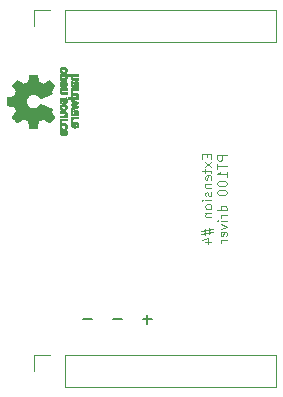
<source format=gbo>
G04 #@! TF.FileFunction,Legend,Bot*
%FSLAX46Y46*%
G04 Gerber Fmt 4.6, Leading zero omitted, Abs format (unit mm)*
G04 Created by KiCad (PCBNEW 4.0.7-e2-6376~58~ubuntu17.04.1) date Thu Oct  5 12:14:12 2017*
%MOMM*%
%LPD*%
G01*
G04 APERTURE LIST*
%ADD10C,0.100000*%
%ADD11C,0.200000*%
%ADD12C,0.120000*%
%ADD13C,0.010000*%
G04 APERTURE END LIST*
D10*
D11*
X147700952Y-116911429D02*
X146939047Y-116911429D01*
X150240952Y-116911429D02*
X149479047Y-116911429D01*
X152780952Y-116911429D02*
X152019047Y-116911429D01*
X152399999Y-117292381D02*
X152399999Y-116530476D01*
D10*
X157407857Y-102927618D02*
X157407857Y-103194285D01*
X157826905Y-103308571D02*
X157826905Y-102927618D01*
X157026905Y-102927618D01*
X157026905Y-103308571D01*
X157826905Y-103575238D02*
X157293571Y-103994285D01*
X157293571Y-103575238D02*
X157826905Y-103994285D01*
X157293571Y-104184761D02*
X157293571Y-104489523D01*
X157026905Y-104299047D02*
X157712619Y-104299047D01*
X157788810Y-104337142D01*
X157826905Y-104413333D01*
X157826905Y-104489523D01*
X157788810Y-105060952D02*
X157826905Y-104984762D01*
X157826905Y-104832381D01*
X157788810Y-104756190D01*
X157712619Y-104718095D01*
X157407857Y-104718095D01*
X157331667Y-104756190D01*
X157293571Y-104832381D01*
X157293571Y-104984762D01*
X157331667Y-105060952D01*
X157407857Y-105099047D01*
X157484048Y-105099047D01*
X157560238Y-104718095D01*
X157293571Y-105441904D02*
X157826905Y-105441904D01*
X157369762Y-105441904D02*
X157331667Y-105479999D01*
X157293571Y-105556190D01*
X157293571Y-105670476D01*
X157331667Y-105746666D01*
X157407857Y-105784761D01*
X157826905Y-105784761D01*
X157788810Y-106127619D02*
X157826905Y-106203809D01*
X157826905Y-106356190D01*
X157788810Y-106432381D01*
X157712619Y-106470476D01*
X157674524Y-106470476D01*
X157598333Y-106432381D01*
X157560238Y-106356190D01*
X157560238Y-106241905D01*
X157522143Y-106165714D01*
X157445952Y-106127619D01*
X157407857Y-106127619D01*
X157331667Y-106165714D01*
X157293571Y-106241905D01*
X157293571Y-106356190D01*
X157331667Y-106432381D01*
X157826905Y-106813333D02*
X157293571Y-106813333D01*
X157026905Y-106813333D02*
X157065000Y-106775238D01*
X157103095Y-106813333D01*
X157065000Y-106851428D01*
X157026905Y-106813333D01*
X157103095Y-106813333D01*
X157826905Y-107308571D02*
X157788810Y-107232380D01*
X157750714Y-107194285D01*
X157674524Y-107156190D01*
X157445952Y-107156190D01*
X157369762Y-107194285D01*
X157331667Y-107232380D01*
X157293571Y-107308571D01*
X157293571Y-107422857D01*
X157331667Y-107499047D01*
X157369762Y-107537142D01*
X157445952Y-107575238D01*
X157674524Y-107575238D01*
X157750714Y-107537142D01*
X157788810Y-107499047D01*
X157826905Y-107422857D01*
X157826905Y-107308571D01*
X157293571Y-107918095D02*
X157826905Y-107918095D01*
X157369762Y-107918095D02*
X157331667Y-107956190D01*
X157293571Y-108032381D01*
X157293571Y-108146667D01*
X157331667Y-108222857D01*
X157407857Y-108260952D01*
X157826905Y-108260952D01*
X157293571Y-109213334D02*
X157293571Y-109784763D01*
X156950714Y-109441905D02*
X157979286Y-109213334D01*
X157636429Y-109708572D02*
X157636429Y-109137143D01*
X157979286Y-109480001D02*
X156950714Y-109708572D01*
X157293571Y-110394286D02*
X157826905Y-110394286D01*
X156988810Y-110203810D02*
X157560238Y-110013334D01*
X157560238Y-110508572D01*
X159126905Y-103022857D02*
X158326905Y-103022857D01*
X158326905Y-103327619D01*
X158365000Y-103403810D01*
X158403095Y-103441905D01*
X158479286Y-103480000D01*
X158593571Y-103480000D01*
X158669762Y-103441905D01*
X158707857Y-103403810D01*
X158745952Y-103327619D01*
X158745952Y-103022857D01*
X158326905Y-103708571D02*
X158326905Y-104165714D01*
X159126905Y-103937143D02*
X158326905Y-103937143D01*
X159126905Y-104851429D02*
X159126905Y-104394286D01*
X159126905Y-104622857D02*
X158326905Y-104622857D01*
X158441190Y-104546667D01*
X158517381Y-104470476D01*
X158555476Y-104394286D01*
X158326905Y-105346667D02*
X158326905Y-105422858D01*
X158365000Y-105499048D01*
X158403095Y-105537143D01*
X158479286Y-105575239D01*
X158631667Y-105613334D01*
X158822143Y-105613334D01*
X158974524Y-105575239D01*
X159050714Y-105537143D01*
X159088810Y-105499048D01*
X159126905Y-105422858D01*
X159126905Y-105346667D01*
X159088810Y-105270477D01*
X159050714Y-105232381D01*
X158974524Y-105194286D01*
X158822143Y-105156191D01*
X158631667Y-105156191D01*
X158479286Y-105194286D01*
X158403095Y-105232381D01*
X158365000Y-105270477D01*
X158326905Y-105346667D01*
X158326905Y-106108572D02*
X158326905Y-106184763D01*
X158365000Y-106260953D01*
X158403095Y-106299048D01*
X158479286Y-106337144D01*
X158631667Y-106375239D01*
X158822143Y-106375239D01*
X158974524Y-106337144D01*
X159050714Y-106299048D01*
X159088810Y-106260953D01*
X159126905Y-106184763D01*
X159126905Y-106108572D01*
X159088810Y-106032382D01*
X159050714Y-105994286D01*
X158974524Y-105956191D01*
X158822143Y-105918096D01*
X158631667Y-105918096D01*
X158479286Y-105956191D01*
X158403095Y-105994286D01*
X158365000Y-106032382D01*
X158326905Y-106108572D01*
X159126905Y-107670477D02*
X158326905Y-107670477D01*
X159088810Y-107670477D02*
X159126905Y-107594287D01*
X159126905Y-107441906D01*
X159088810Y-107365715D01*
X159050714Y-107327620D01*
X158974524Y-107289525D01*
X158745952Y-107289525D01*
X158669762Y-107327620D01*
X158631667Y-107365715D01*
X158593571Y-107441906D01*
X158593571Y-107594287D01*
X158631667Y-107670477D01*
X159126905Y-108051430D02*
X158593571Y-108051430D01*
X158745952Y-108051430D02*
X158669762Y-108089525D01*
X158631667Y-108127621D01*
X158593571Y-108203811D01*
X158593571Y-108280002D01*
X159126905Y-108546668D02*
X158593571Y-108546668D01*
X158326905Y-108546668D02*
X158365000Y-108508573D01*
X158403095Y-108546668D01*
X158365000Y-108584763D01*
X158326905Y-108546668D01*
X158403095Y-108546668D01*
X158593571Y-108851430D02*
X159126905Y-109041906D01*
X158593571Y-109232382D01*
X159088810Y-109841906D02*
X159126905Y-109765716D01*
X159126905Y-109613335D01*
X159088810Y-109537144D01*
X159012619Y-109499049D01*
X158707857Y-109499049D01*
X158631667Y-109537144D01*
X158593571Y-109613335D01*
X158593571Y-109765716D01*
X158631667Y-109841906D01*
X158707857Y-109880001D01*
X158784048Y-109880001D01*
X158860238Y-109499049D01*
X159126905Y-110222858D02*
X158593571Y-110222858D01*
X158745952Y-110222858D02*
X158669762Y-110260953D01*
X158631667Y-110299049D01*
X158593571Y-110375239D01*
X158593571Y-110451430D01*
D12*
X145415000Y-119955000D02*
X163255000Y-119955000D01*
X163255000Y-119955000D02*
X163255000Y-122615000D01*
X163255000Y-122615000D02*
X145415000Y-122615000D01*
X145415000Y-122615000D02*
X145415000Y-119955000D01*
X144145000Y-119955000D02*
X142815000Y-119955000D01*
X142815000Y-119955000D02*
X142815000Y-121285000D01*
X145415000Y-90745000D02*
X163255000Y-90745000D01*
X163255000Y-90745000D02*
X163255000Y-93405000D01*
X163255000Y-93405000D02*
X145415000Y-93405000D01*
X145415000Y-93405000D02*
X145415000Y-90745000D01*
X144145000Y-90745000D02*
X142815000Y-90745000D01*
X142815000Y-90745000D02*
X142815000Y-92075000D01*
D13*
G36*
X144979184Y-96516241D02*
X144992282Y-96542753D01*
X145015106Y-96575447D01*
X145039996Y-96599275D01*
X145071249Y-96615594D01*
X145113166Y-96625760D01*
X145170044Y-96631128D01*
X145246184Y-96633056D01*
X145278917Y-96633169D01*
X145350656Y-96632839D01*
X145401927Y-96631473D01*
X145437404Y-96628500D01*
X145461763Y-96623351D01*
X145479680Y-96615457D01*
X145491902Y-96607243D01*
X145543905Y-96554813D01*
X145575184Y-96493070D01*
X145584592Y-96426464D01*
X145570980Y-96359442D01*
X145561354Y-96338208D01*
X145534859Y-96287376D01*
X145950052Y-96287376D01*
X145930868Y-96324475D01*
X145916025Y-96373357D01*
X145912222Y-96433439D01*
X145919243Y-96493436D01*
X145935013Y-96538744D01*
X145965047Y-96576325D01*
X146008024Y-96608436D01*
X146012436Y-96610850D01*
X146033221Y-96621033D01*
X146054170Y-96628470D01*
X146079548Y-96633589D01*
X146113618Y-96636819D01*
X146160641Y-96638587D01*
X146224882Y-96639323D01*
X146297176Y-96639456D01*
X146527822Y-96639456D01*
X146527822Y-96501139D01*
X146102533Y-96501139D01*
X146069979Y-96462451D01*
X146043940Y-96422262D01*
X146039205Y-96384203D01*
X146051389Y-96345934D01*
X146063320Y-96325538D01*
X146080313Y-96310358D01*
X146105995Y-96299562D01*
X146143991Y-96292317D01*
X146197926Y-96287792D01*
X146271425Y-96285156D01*
X146320347Y-96284228D01*
X146521535Y-96281089D01*
X146525336Y-96215074D01*
X146529136Y-96149060D01*
X145280650Y-96149060D01*
X145280650Y-96287376D01*
X145350254Y-96290903D01*
X145398569Y-96302785D01*
X145428631Y-96324980D01*
X145443471Y-96359441D01*
X145446436Y-96394258D01*
X145443028Y-96433671D01*
X145429617Y-96459829D01*
X145411896Y-96476186D01*
X145392835Y-96489063D01*
X145371601Y-96496728D01*
X145341849Y-96500139D01*
X145297236Y-96500251D01*
X145259880Y-96499103D01*
X145203604Y-96496468D01*
X145166658Y-96492544D01*
X145143223Y-96485937D01*
X145127480Y-96475251D01*
X145118380Y-96465167D01*
X145098537Y-96423030D01*
X145095332Y-96373160D01*
X145102168Y-96344524D01*
X145126464Y-96316172D01*
X145173728Y-96297391D01*
X145243624Y-96288288D01*
X145280650Y-96287376D01*
X145280650Y-96149060D01*
X144968614Y-96149060D01*
X144968614Y-96218218D01*
X144970256Y-96259740D01*
X144976087Y-96281162D01*
X144987461Y-96287374D01*
X144987798Y-96287376D01*
X144998938Y-96290258D01*
X144997673Y-96302970D01*
X144985433Y-96328243D01*
X144966707Y-96387131D01*
X144964739Y-96453385D01*
X144979184Y-96516241D01*
X144979184Y-96516241D01*
G37*
X144979184Y-96516241D02*
X144992282Y-96542753D01*
X145015106Y-96575447D01*
X145039996Y-96599275D01*
X145071249Y-96615594D01*
X145113166Y-96625760D01*
X145170044Y-96631128D01*
X145246184Y-96633056D01*
X145278917Y-96633169D01*
X145350656Y-96632839D01*
X145401927Y-96631473D01*
X145437404Y-96628500D01*
X145461763Y-96623351D01*
X145479680Y-96615457D01*
X145491902Y-96607243D01*
X145543905Y-96554813D01*
X145575184Y-96493070D01*
X145584592Y-96426464D01*
X145570980Y-96359442D01*
X145561354Y-96338208D01*
X145534859Y-96287376D01*
X145950052Y-96287376D01*
X145930868Y-96324475D01*
X145916025Y-96373357D01*
X145912222Y-96433439D01*
X145919243Y-96493436D01*
X145935013Y-96538744D01*
X145965047Y-96576325D01*
X146008024Y-96608436D01*
X146012436Y-96610850D01*
X146033221Y-96621033D01*
X146054170Y-96628470D01*
X146079548Y-96633589D01*
X146113618Y-96636819D01*
X146160641Y-96638587D01*
X146224882Y-96639323D01*
X146297176Y-96639456D01*
X146527822Y-96639456D01*
X146527822Y-96501139D01*
X146102533Y-96501139D01*
X146069979Y-96462451D01*
X146043940Y-96422262D01*
X146039205Y-96384203D01*
X146051389Y-96345934D01*
X146063320Y-96325538D01*
X146080313Y-96310358D01*
X146105995Y-96299562D01*
X146143991Y-96292317D01*
X146197926Y-96287792D01*
X146271425Y-96285156D01*
X146320347Y-96284228D01*
X146521535Y-96281089D01*
X146525336Y-96215074D01*
X146529136Y-96149060D01*
X145280650Y-96149060D01*
X145280650Y-96287376D01*
X145350254Y-96290903D01*
X145398569Y-96302785D01*
X145428631Y-96324980D01*
X145443471Y-96359441D01*
X145446436Y-96394258D01*
X145443028Y-96433671D01*
X145429617Y-96459829D01*
X145411896Y-96476186D01*
X145392835Y-96489063D01*
X145371601Y-96496728D01*
X145341849Y-96500139D01*
X145297236Y-96500251D01*
X145259880Y-96499103D01*
X145203604Y-96496468D01*
X145166658Y-96492544D01*
X145143223Y-96485937D01*
X145127480Y-96475251D01*
X145118380Y-96465167D01*
X145098537Y-96423030D01*
X145095332Y-96373160D01*
X145102168Y-96344524D01*
X145126464Y-96316172D01*
X145173728Y-96297391D01*
X145243624Y-96288288D01*
X145280650Y-96287376D01*
X145280650Y-96149060D01*
X144968614Y-96149060D01*
X144968614Y-96218218D01*
X144970256Y-96259740D01*
X144976087Y-96281162D01*
X144987461Y-96287374D01*
X144987798Y-96287376D01*
X144998938Y-96290258D01*
X144997673Y-96302970D01*
X144985433Y-96328243D01*
X144966707Y-96387131D01*
X144964739Y-96453385D01*
X144979184Y-96516241D01*
G36*
X145916555Y-97040790D02*
X145932339Y-97099945D01*
X145960948Y-97144977D01*
X145998419Y-97176754D01*
X146014411Y-97186634D01*
X146031163Y-97193927D01*
X146052592Y-97199026D01*
X146082616Y-97202321D01*
X146125154Y-97204203D01*
X146184122Y-97205063D01*
X146263440Y-97205293D01*
X146284484Y-97205297D01*
X146527822Y-97205297D01*
X146527822Y-97144941D01*
X146525126Y-97106443D01*
X146518295Y-97077977D01*
X146514083Y-97070845D01*
X146506813Y-97051348D01*
X146514083Y-97031434D01*
X146523160Y-96998647D01*
X146526813Y-96951022D01*
X146525228Y-96898236D01*
X146518589Y-96849964D01*
X146510072Y-96821782D01*
X146475063Y-96767247D01*
X146426479Y-96733165D01*
X146361882Y-96717843D01*
X146360223Y-96717701D01*
X146331566Y-96719045D01*
X146331566Y-96840644D01*
X146364161Y-96851274D01*
X146382505Y-96868590D01*
X146396379Y-96903348D01*
X146401917Y-96949227D01*
X146399191Y-96996012D01*
X146388274Y-97033486D01*
X146381269Y-97043985D01*
X146348904Y-97062332D01*
X146312111Y-97066980D01*
X146263763Y-97066980D01*
X146263763Y-96997418D01*
X146268850Y-96931333D01*
X146283263Y-96881236D01*
X146305729Y-96850071D01*
X146331566Y-96840644D01*
X146331566Y-96719045D01*
X146289647Y-96721013D01*
X146233845Y-96744290D01*
X146191647Y-96788052D01*
X146187808Y-96794101D01*
X146175309Y-96820093D01*
X146167740Y-96852265D01*
X146164061Y-96897240D01*
X146163216Y-96950669D01*
X146163169Y-97066980D01*
X146114411Y-97066980D01*
X146076581Y-97062047D01*
X146051236Y-97049457D01*
X146049887Y-97047983D01*
X146038800Y-97019966D01*
X146034503Y-96977674D01*
X146036615Y-96930936D01*
X146044756Y-96889582D01*
X146056965Y-96865043D01*
X146066746Y-96851747D01*
X146068613Y-96837706D01*
X146060600Y-96818329D01*
X146040739Y-96789024D01*
X146007063Y-96745197D01*
X146003909Y-96741175D01*
X145992236Y-96743236D01*
X145972822Y-96760432D01*
X145951248Y-96786567D01*
X145933096Y-96815448D01*
X145928809Y-96824522D01*
X145920256Y-96857620D01*
X145914155Y-96906120D01*
X145911708Y-96960305D01*
X145911703Y-96962839D01*
X145916555Y-97040790D01*
X145916555Y-97040790D01*
G37*
X145916555Y-97040790D02*
X145932339Y-97099945D01*
X145960948Y-97144977D01*
X145998419Y-97176754D01*
X146014411Y-97186634D01*
X146031163Y-97193927D01*
X146052592Y-97199026D01*
X146082616Y-97202321D01*
X146125154Y-97204203D01*
X146184122Y-97205063D01*
X146263440Y-97205293D01*
X146284484Y-97205297D01*
X146527822Y-97205297D01*
X146527822Y-97144941D01*
X146525126Y-97106443D01*
X146518295Y-97077977D01*
X146514083Y-97070845D01*
X146506813Y-97051348D01*
X146514083Y-97031434D01*
X146523160Y-96998647D01*
X146526813Y-96951022D01*
X146525228Y-96898236D01*
X146518589Y-96849964D01*
X146510072Y-96821782D01*
X146475063Y-96767247D01*
X146426479Y-96733165D01*
X146361882Y-96717843D01*
X146360223Y-96717701D01*
X146331566Y-96719045D01*
X146331566Y-96840644D01*
X146364161Y-96851274D01*
X146382505Y-96868590D01*
X146396379Y-96903348D01*
X146401917Y-96949227D01*
X146399191Y-96996012D01*
X146388274Y-97033486D01*
X146381269Y-97043985D01*
X146348904Y-97062332D01*
X146312111Y-97066980D01*
X146263763Y-97066980D01*
X146263763Y-96997418D01*
X146268850Y-96931333D01*
X146283263Y-96881236D01*
X146305729Y-96850071D01*
X146331566Y-96840644D01*
X146331566Y-96719045D01*
X146289647Y-96721013D01*
X146233845Y-96744290D01*
X146191647Y-96788052D01*
X146187808Y-96794101D01*
X146175309Y-96820093D01*
X146167740Y-96852265D01*
X146164061Y-96897240D01*
X146163216Y-96950669D01*
X146163169Y-97066980D01*
X146114411Y-97066980D01*
X146076581Y-97062047D01*
X146051236Y-97049457D01*
X146049887Y-97047983D01*
X146038800Y-97019966D01*
X146034503Y-96977674D01*
X146036615Y-96930936D01*
X146044756Y-96889582D01*
X146056965Y-96865043D01*
X146066746Y-96851747D01*
X146068613Y-96837706D01*
X146060600Y-96818329D01*
X146040739Y-96789024D01*
X146007063Y-96745197D01*
X146003909Y-96741175D01*
X145992236Y-96743236D01*
X145972822Y-96760432D01*
X145951248Y-96786567D01*
X145933096Y-96815448D01*
X145928809Y-96824522D01*
X145920256Y-96857620D01*
X145914155Y-96906120D01*
X145911708Y-96960305D01*
X145911703Y-96962839D01*
X145916555Y-97040790D01*
G36*
X145913020Y-97431644D02*
X145918660Y-97450461D01*
X145931053Y-97456527D01*
X145936647Y-97456782D01*
X145952230Y-97457871D01*
X145954676Y-97465368D01*
X145943993Y-97485619D01*
X145936694Y-97497649D01*
X145921063Y-97535600D01*
X145913334Y-97580928D01*
X145912740Y-97628456D01*
X145918513Y-97673005D01*
X145929884Y-97709398D01*
X145946088Y-97732457D01*
X145966355Y-97737004D01*
X145971843Y-97734709D01*
X145994626Y-97717980D01*
X146022647Y-97692037D01*
X146027177Y-97687345D01*
X146048005Y-97662617D01*
X146054735Y-97641282D01*
X146050038Y-97611445D01*
X146046917Y-97599492D01*
X146039421Y-97562295D01*
X146042792Y-97536141D01*
X146054681Y-97514054D01*
X146070635Y-97493822D01*
X146090700Y-97478921D01*
X146118702Y-97468566D01*
X146158467Y-97461971D01*
X146213823Y-97458351D01*
X146288594Y-97456922D01*
X146333740Y-97456782D01*
X146527822Y-97456782D01*
X146527822Y-97331040D01*
X145911683Y-97331040D01*
X145911683Y-97393911D01*
X145913020Y-97431644D01*
X145913020Y-97431644D01*
G37*
X145913020Y-97431644D02*
X145918660Y-97450461D01*
X145931053Y-97456527D01*
X145936647Y-97456782D01*
X145952230Y-97457871D01*
X145954676Y-97465368D01*
X145943993Y-97485619D01*
X145936694Y-97497649D01*
X145921063Y-97535600D01*
X145913334Y-97580928D01*
X145912740Y-97628456D01*
X145918513Y-97673005D01*
X145929884Y-97709398D01*
X145946088Y-97732457D01*
X145966355Y-97737004D01*
X145971843Y-97734709D01*
X145994626Y-97717980D01*
X146022647Y-97692037D01*
X146027177Y-97687345D01*
X146048005Y-97662617D01*
X146054735Y-97641282D01*
X146050038Y-97611445D01*
X146046917Y-97599492D01*
X146039421Y-97562295D01*
X146042792Y-97536141D01*
X146054681Y-97514054D01*
X146070635Y-97493822D01*
X146090700Y-97478921D01*
X146118702Y-97468566D01*
X146158467Y-97461971D01*
X146213823Y-97458351D01*
X146288594Y-97456922D01*
X146333740Y-97456782D01*
X146527822Y-97456782D01*
X146527822Y-97331040D01*
X145911683Y-97331040D01*
X145911683Y-97393911D01*
X145913020Y-97431644D01*
G36*
X146527822Y-98223812D02*
X146527822Y-98154654D01*
X146526645Y-98114512D01*
X146521772Y-98093606D01*
X146511186Y-98086078D01*
X146504029Y-98085495D01*
X146489676Y-98084226D01*
X146486923Y-98076221D01*
X146495771Y-98055185D01*
X146504029Y-98038827D01*
X146523597Y-97976023D01*
X146524729Y-97907752D01*
X146510135Y-97852248D01*
X146474877Y-97800562D01*
X146422835Y-97761162D01*
X146361450Y-97739587D01*
X146358018Y-97739038D01*
X146320571Y-97735833D01*
X146266813Y-97734239D01*
X146226155Y-97734367D01*
X146226155Y-97871721D01*
X146280194Y-97874903D01*
X146324735Y-97882141D01*
X146349888Y-97891940D01*
X146384260Y-97929011D01*
X146396582Y-97973026D01*
X146386618Y-98018416D01*
X146356895Y-98057203D01*
X146336905Y-98071892D01*
X146313050Y-98080481D01*
X146278230Y-98084504D01*
X146225930Y-98085495D01*
X146174139Y-98083722D01*
X146128634Y-98079037D01*
X146098181Y-98072397D01*
X146095452Y-98071290D01*
X146063000Y-98044509D01*
X146045183Y-98005421D01*
X146042306Y-97961685D01*
X146054674Y-97920962D01*
X146082593Y-97890913D01*
X146088148Y-97887796D01*
X146122022Y-97878039D01*
X146170728Y-97872723D01*
X146226155Y-97871721D01*
X146226155Y-97734367D01*
X146205540Y-97734432D01*
X146172563Y-97735336D01*
X146090981Y-97741486D01*
X146029730Y-97754267D01*
X145984449Y-97775529D01*
X145950779Y-97807122D01*
X145931014Y-97837793D01*
X145917120Y-97880646D01*
X145912354Y-97933944D01*
X145916236Y-97988520D01*
X145928282Y-98035208D01*
X145942693Y-98059876D01*
X145965878Y-98085495D01*
X145672773Y-98085495D01*
X145672773Y-98223812D01*
X146527822Y-98223812D01*
X146527822Y-98223812D01*
G37*
X146527822Y-98223812D02*
X146527822Y-98154654D01*
X146526645Y-98114512D01*
X146521772Y-98093606D01*
X146511186Y-98086078D01*
X146504029Y-98085495D01*
X146489676Y-98084226D01*
X146486923Y-98076221D01*
X146495771Y-98055185D01*
X146504029Y-98038827D01*
X146523597Y-97976023D01*
X146524729Y-97907752D01*
X146510135Y-97852248D01*
X146474877Y-97800562D01*
X146422835Y-97761162D01*
X146361450Y-97739587D01*
X146358018Y-97739038D01*
X146320571Y-97735833D01*
X146266813Y-97734239D01*
X146226155Y-97734367D01*
X146226155Y-97871721D01*
X146280194Y-97874903D01*
X146324735Y-97882141D01*
X146349888Y-97891940D01*
X146384260Y-97929011D01*
X146396582Y-97973026D01*
X146386618Y-98018416D01*
X146356895Y-98057203D01*
X146336905Y-98071892D01*
X146313050Y-98080481D01*
X146278230Y-98084504D01*
X146225930Y-98085495D01*
X146174139Y-98083722D01*
X146128634Y-98079037D01*
X146098181Y-98072397D01*
X146095452Y-98071290D01*
X146063000Y-98044509D01*
X146045183Y-98005421D01*
X146042306Y-97961685D01*
X146054674Y-97920962D01*
X146082593Y-97890913D01*
X146088148Y-97887796D01*
X146122022Y-97878039D01*
X146170728Y-97872723D01*
X146226155Y-97871721D01*
X146226155Y-97734367D01*
X146205540Y-97734432D01*
X146172563Y-97735336D01*
X146090981Y-97741486D01*
X146029730Y-97754267D01*
X145984449Y-97775529D01*
X145950779Y-97807122D01*
X145931014Y-97837793D01*
X145917120Y-97880646D01*
X145912354Y-97933944D01*
X145916236Y-97988520D01*
X145928282Y-98035208D01*
X145942693Y-98059876D01*
X145965878Y-98085495D01*
X145672773Y-98085495D01*
X145672773Y-98223812D01*
X146527822Y-98223812D01*
G36*
X145914237Y-98706524D02*
X145917971Y-98756255D01*
X146307773Y-98886291D01*
X146238614Y-98906678D01*
X146195874Y-98918946D01*
X146138115Y-98935085D01*
X146074625Y-98952512D01*
X146040570Y-98961726D01*
X145911683Y-98996388D01*
X145911683Y-99139391D01*
X146046857Y-99096646D01*
X146113342Y-99075596D01*
X146193539Y-99050167D01*
X146277193Y-99023610D01*
X146351782Y-98999902D01*
X146521535Y-98945902D01*
X146525328Y-98887598D01*
X146529122Y-98829295D01*
X146424734Y-98797679D01*
X146359889Y-98778182D01*
X146288400Y-98756904D01*
X146225263Y-98738308D01*
X146222750Y-98737574D01*
X146179969Y-98723684D01*
X146150779Y-98711429D01*
X146139741Y-98702846D01*
X146141018Y-98701082D01*
X146158130Y-98694891D01*
X146194787Y-98683128D01*
X146246378Y-98667225D01*
X146308294Y-98648614D01*
X146342352Y-98638543D01*
X146527822Y-98584007D01*
X146527822Y-98468264D01*
X146235471Y-98375737D01*
X146153462Y-98349744D01*
X146078987Y-98326066D01*
X146015544Y-98305820D01*
X145966632Y-98290126D01*
X145935749Y-98280102D01*
X145926726Y-98277055D01*
X145917487Y-98279467D01*
X145913441Y-98298408D01*
X145913846Y-98337823D01*
X145914152Y-98343993D01*
X145917971Y-98417086D01*
X146094010Y-98464957D01*
X146158211Y-98482553D01*
X146214649Y-98498277D01*
X146258422Y-98510746D01*
X146284630Y-98518574D01*
X146288903Y-98520020D01*
X146283990Y-98526014D01*
X146258532Y-98538101D01*
X146215997Y-98554893D01*
X146159850Y-98575003D01*
X146109130Y-98592003D01*
X145910504Y-98656794D01*
X145914237Y-98706524D01*
X145914237Y-98706524D01*
G37*
X145914237Y-98706524D02*
X145917971Y-98756255D01*
X146307773Y-98886291D01*
X146238614Y-98906678D01*
X146195874Y-98918946D01*
X146138115Y-98935085D01*
X146074625Y-98952512D01*
X146040570Y-98961726D01*
X145911683Y-98996388D01*
X145911683Y-99139391D01*
X146046857Y-99096646D01*
X146113342Y-99075596D01*
X146193539Y-99050167D01*
X146277193Y-99023610D01*
X146351782Y-98999902D01*
X146521535Y-98945902D01*
X146525328Y-98887598D01*
X146529122Y-98829295D01*
X146424734Y-98797679D01*
X146359889Y-98778182D01*
X146288400Y-98756904D01*
X146225263Y-98738308D01*
X146222750Y-98737574D01*
X146179969Y-98723684D01*
X146150779Y-98711429D01*
X146139741Y-98702846D01*
X146141018Y-98701082D01*
X146158130Y-98694891D01*
X146194787Y-98683128D01*
X146246378Y-98667225D01*
X146308294Y-98648614D01*
X146342352Y-98638543D01*
X146527822Y-98584007D01*
X146527822Y-98468264D01*
X146235471Y-98375737D01*
X146153462Y-98349744D01*
X146078987Y-98326066D01*
X146015544Y-98305820D01*
X145966632Y-98290126D01*
X145935749Y-98280102D01*
X145926726Y-98277055D01*
X145917487Y-98279467D01*
X145913441Y-98298408D01*
X145913846Y-98337823D01*
X145914152Y-98343993D01*
X145917971Y-98417086D01*
X146094010Y-98464957D01*
X146158211Y-98482553D01*
X146214649Y-98498277D01*
X146258422Y-98510746D01*
X146284630Y-98518574D01*
X146288903Y-98520020D01*
X146283990Y-98526014D01*
X146258532Y-98538101D01*
X146215997Y-98554893D01*
X146159850Y-98575003D01*
X146109130Y-98592003D01*
X145910504Y-98656794D01*
X145914237Y-98706524D01*
G36*
X145915417Y-99463411D02*
X145928290Y-99516411D01*
X145935110Y-99531731D01*
X145952974Y-99561428D01*
X145973093Y-99584220D01*
X145998962Y-99601083D01*
X146034073Y-99612998D01*
X146081920Y-99620942D01*
X146145996Y-99625894D01*
X146229794Y-99628831D01*
X146285768Y-99629947D01*
X146527822Y-99634052D01*
X146527822Y-99563932D01*
X146526038Y-99521393D01*
X146519942Y-99499476D01*
X146509706Y-99493812D01*
X146498637Y-99490821D01*
X146500754Y-99477451D01*
X146509629Y-99459233D01*
X146523233Y-99413624D01*
X146526899Y-99355007D01*
X146520903Y-99293354D01*
X146505521Y-99238638D01*
X146503386Y-99233730D01*
X146468255Y-99183723D01*
X146419419Y-99150756D01*
X146362333Y-99135587D01*
X146341824Y-99136746D01*
X146341824Y-99260508D01*
X146369425Y-99271413D01*
X146389204Y-99303745D01*
X146399819Y-99355910D01*
X146401228Y-99383787D01*
X146397620Y-99430247D01*
X146383597Y-99461129D01*
X146376931Y-99468664D01*
X146340666Y-99489076D01*
X146307773Y-99493812D01*
X146263763Y-99493812D01*
X146263763Y-99432513D01*
X146267395Y-99361256D01*
X146278818Y-99311276D01*
X146298824Y-99279696D01*
X146307743Y-99272626D01*
X146341824Y-99260508D01*
X146341824Y-99136746D01*
X146302456Y-99138971D01*
X146245244Y-99161663D01*
X146206580Y-99192624D01*
X146189864Y-99211376D01*
X146178878Y-99229733D01*
X146172180Y-99253619D01*
X146168326Y-99288957D01*
X146165873Y-99341669D01*
X146165168Y-99362577D01*
X146160879Y-99493812D01*
X146121158Y-99493620D01*
X146079405Y-99488537D01*
X146054158Y-99470162D01*
X146038030Y-99433039D01*
X146037742Y-99432043D01*
X146031400Y-99379410D01*
X146039684Y-99327906D01*
X146059827Y-99289630D01*
X146069773Y-99274272D01*
X146068397Y-99257730D01*
X146053987Y-99232275D01*
X146043817Y-99217328D01*
X146022088Y-99188091D01*
X146005800Y-99169980D01*
X146001137Y-99167074D01*
X145977005Y-99179040D01*
X145948185Y-99214396D01*
X145938461Y-99229753D01*
X145921714Y-99273901D01*
X145912227Y-99333398D01*
X145910095Y-99399487D01*
X145915417Y-99463411D01*
X145915417Y-99463411D01*
G37*
X145915417Y-99463411D02*
X145928290Y-99516411D01*
X145935110Y-99531731D01*
X145952974Y-99561428D01*
X145973093Y-99584220D01*
X145998962Y-99601083D01*
X146034073Y-99612998D01*
X146081920Y-99620942D01*
X146145996Y-99625894D01*
X146229794Y-99628831D01*
X146285768Y-99629947D01*
X146527822Y-99634052D01*
X146527822Y-99563932D01*
X146526038Y-99521393D01*
X146519942Y-99499476D01*
X146509706Y-99493812D01*
X146498637Y-99490821D01*
X146500754Y-99477451D01*
X146509629Y-99459233D01*
X146523233Y-99413624D01*
X146526899Y-99355007D01*
X146520903Y-99293354D01*
X146505521Y-99238638D01*
X146503386Y-99233730D01*
X146468255Y-99183723D01*
X146419419Y-99150756D01*
X146362333Y-99135587D01*
X146341824Y-99136746D01*
X146341824Y-99260508D01*
X146369425Y-99271413D01*
X146389204Y-99303745D01*
X146399819Y-99355910D01*
X146401228Y-99383787D01*
X146397620Y-99430247D01*
X146383597Y-99461129D01*
X146376931Y-99468664D01*
X146340666Y-99489076D01*
X146307773Y-99493812D01*
X146263763Y-99493812D01*
X146263763Y-99432513D01*
X146267395Y-99361256D01*
X146278818Y-99311276D01*
X146298824Y-99279696D01*
X146307743Y-99272626D01*
X146341824Y-99260508D01*
X146341824Y-99136746D01*
X146302456Y-99138971D01*
X146245244Y-99161663D01*
X146206580Y-99192624D01*
X146189864Y-99211376D01*
X146178878Y-99229733D01*
X146172180Y-99253619D01*
X146168326Y-99288957D01*
X146165873Y-99341669D01*
X146165168Y-99362577D01*
X146160879Y-99493812D01*
X146121158Y-99493620D01*
X146079405Y-99488537D01*
X146054158Y-99470162D01*
X146038030Y-99433039D01*
X146037742Y-99432043D01*
X146031400Y-99379410D01*
X146039684Y-99327906D01*
X146059827Y-99289630D01*
X146069773Y-99274272D01*
X146068397Y-99257730D01*
X146053987Y-99232275D01*
X146043817Y-99217328D01*
X146022088Y-99188091D01*
X146005800Y-99169980D01*
X146001137Y-99167074D01*
X145977005Y-99179040D01*
X145948185Y-99214396D01*
X145938461Y-99229753D01*
X145921714Y-99273901D01*
X145912227Y-99333398D01*
X145910095Y-99399487D01*
X145915417Y-99463411D01*
G36*
X145911486Y-100060255D02*
X145921015Y-100108595D01*
X145935125Y-100136114D01*
X145958568Y-100165064D01*
X146010571Y-100123876D01*
X146042064Y-100098482D01*
X146057428Y-100081238D01*
X146059776Y-100064102D01*
X146052217Y-100039027D01*
X146047941Y-100027257D01*
X146041631Y-99979270D01*
X146055156Y-99935324D01*
X146085710Y-99903060D01*
X146095452Y-99897819D01*
X146121258Y-99892112D01*
X146168817Y-99887706D01*
X146234758Y-99884811D01*
X146315710Y-99883631D01*
X146327226Y-99883614D01*
X146527822Y-99883614D01*
X146527822Y-99745297D01*
X145911683Y-99745297D01*
X145911683Y-99814456D01*
X145912725Y-99854333D01*
X145917358Y-99875107D01*
X145927849Y-99882789D01*
X145937745Y-99883614D01*
X145963806Y-99883614D01*
X145937745Y-99916745D01*
X145919965Y-99954735D01*
X145911174Y-100005770D01*
X145911486Y-100060255D01*
X145911486Y-100060255D01*
G37*
X145911486Y-100060255D02*
X145921015Y-100108595D01*
X145935125Y-100136114D01*
X145958568Y-100165064D01*
X146010571Y-100123876D01*
X146042064Y-100098482D01*
X146057428Y-100081238D01*
X146059776Y-100064102D01*
X146052217Y-100039027D01*
X146047941Y-100027257D01*
X146041631Y-99979270D01*
X146055156Y-99935324D01*
X146085710Y-99903060D01*
X146095452Y-99897819D01*
X146121258Y-99892112D01*
X146168817Y-99887706D01*
X146234758Y-99884811D01*
X146315710Y-99883631D01*
X146327226Y-99883614D01*
X146527822Y-99883614D01*
X146527822Y-99745297D01*
X145911683Y-99745297D01*
X145911683Y-99814456D01*
X145912725Y-99854333D01*
X145917358Y-99875107D01*
X145927849Y-99882789D01*
X145937745Y-99883614D01*
X145963806Y-99883614D01*
X145937745Y-99916745D01*
X145919965Y-99954735D01*
X145911174Y-100005770D01*
X145911486Y-100060255D01*
G36*
X145914970Y-100457581D02*
X145930597Y-100517685D01*
X145962848Y-100568021D01*
X145986940Y-100592393D01*
X146043895Y-100632345D01*
X146109965Y-100655242D01*
X146191182Y-100663108D01*
X146197748Y-100663148D01*
X146263763Y-100663218D01*
X146263763Y-100283264D01*
X146298342Y-100291363D01*
X146329659Y-100305987D01*
X146362291Y-100331581D01*
X146367500Y-100336935D01*
X146395694Y-100382943D01*
X146400475Y-100435410D01*
X146381926Y-100495803D01*
X146376931Y-100506040D01*
X146361745Y-100537439D01*
X146353094Y-100558470D01*
X146352293Y-100562139D01*
X146360063Y-100574948D01*
X146379072Y-100599378D01*
X146389460Y-100611779D01*
X146413321Y-100637476D01*
X146429077Y-100645915D01*
X146443571Y-100640058D01*
X146447534Y-100636928D01*
X146464879Y-100615725D01*
X146485959Y-100580738D01*
X146498265Y-100556337D01*
X146519946Y-100487072D01*
X146526971Y-100410388D01*
X146518647Y-100337765D01*
X146512686Y-100317426D01*
X146478952Y-100254476D01*
X146427045Y-100207815D01*
X146356459Y-100177173D01*
X146266692Y-100162282D01*
X146219753Y-100160647D01*
X146151413Y-100165421D01*
X146151413Y-100285990D01*
X146156465Y-100297652D01*
X146160429Y-100328998D01*
X146162768Y-100374571D01*
X146163169Y-100405446D01*
X146162783Y-100460981D01*
X146160975Y-100496033D01*
X146156773Y-100515262D01*
X146149203Y-100523330D01*
X146138218Y-100524901D01*
X146104381Y-100514121D01*
X146070940Y-100486980D01*
X146045272Y-100451277D01*
X146034772Y-100415560D01*
X146044086Y-100367048D01*
X146071013Y-100325053D01*
X146109827Y-100295936D01*
X146151413Y-100285990D01*
X146151413Y-100165421D01*
X146120236Y-100167599D01*
X146040949Y-100189055D01*
X145981263Y-100225470D01*
X145940549Y-100277297D01*
X145918179Y-100344990D01*
X145913871Y-100381662D01*
X145914970Y-100457581D01*
X145914970Y-100457581D01*
G37*
X145914970Y-100457581D02*
X145930597Y-100517685D01*
X145962848Y-100568021D01*
X145986940Y-100592393D01*
X146043895Y-100632345D01*
X146109965Y-100655242D01*
X146191182Y-100663108D01*
X146197748Y-100663148D01*
X146263763Y-100663218D01*
X146263763Y-100283264D01*
X146298342Y-100291363D01*
X146329659Y-100305987D01*
X146362291Y-100331581D01*
X146367500Y-100336935D01*
X146395694Y-100382943D01*
X146400475Y-100435410D01*
X146381926Y-100495803D01*
X146376931Y-100506040D01*
X146361745Y-100537439D01*
X146353094Y-100558470D01*
X146352293Y-100562139D01*
X146360063Y-100574948D01*
X146379072Y-100599378D01*
X146389460Y-100611779D01*
X146413321Y-100637476D01*
X146429077Y-100645915D01*
X146443571Y-100640058D01*
X146447534Y-100636928D01*
X146464879Y-100615725D01*
X146485959Y-100580738D01*
X146498265Y-100556337D01*
X146519946Y-100487072D01*
X146526971Y-100410388D01*
X146518647Y-100337765D01*
X146512686Y-100317426D01*
X146478952Y-100254476D01*
X146427045Y-100207815D01*
X146356459Y-100177173D01*
X146266692Y-100162282D01*
X146219753Y-100160647D01*
X146151413Y-100165421D01*
X146151413Y-100285990D01*
X146156465Y-100297652D01*
X146160429Y-100328998D01*
X146162768Y-100374571D01*
X146163169Y-100405446D01*
X146162783Y-100460981D01*
X146160975Y-100496033D01*
X146156773Y-100515262D01*
X146149203Y-100523330D01*
X146138218Y-100524901D01*
X146104381Y-100514121D01*
X146070940Y-100486980D01*
X146045272Y-100451277D01*
X146034772Y-100415560D01*
X146044086Y-100367048D01*
X146071013Y-100325053D01*
X146109827Y-100295936D01*
X146151413Y-100285990D01*
X146151413Y-100165421D01*
X146120236Y-100167599D01*
X146040949Y-100189055D01*
X145981263Y-100225470D01*
X145940549Y-100277297D01*
X145918179Y-100344990D01*
X145913871Y-100381662D01*
X145914970Y-100457581D01*
G36*
X144975148Y-95886739D02*
X145004231Y-95952521D01*
X145052793Y-96002460D01*
X145120908Y-96036626D01*
X145208651Y-96055093D01*
X145222351Y-96056417D01*
X145318939Y-96057454D01*
X145403602Y-96044007D01*
X145472221Y-96016892D01*
X145494294Y-96002373D01*
X145541011Y-95951799D01*
X145571268Y-95887391D01*
X145583824Y-95815334D01*
X145577439Y-95741815D01*
X145557772Y-95685928D01*
X145524629Y-95637868D01*
X145481175Y-95598588D01*
X145480158Y-95597908D01*
X145453338Y-95581956D01*
X145426368Y-95571590D01*
X145392332Y-95565312D01*
X145344310Y-95561627D01*
X145304931Y-95560003D01*
X145269219Y-95559328D01*
X145269219Y-95685045D01*
X145304770Y-95686274D01*
X145352094Y-95690734D01*
X145382465Y-95698603D01*
X145404072Y-95712793D01*
X145416694Y-95726083D01*
X145443122Y-95773198D01*
X145446653Y-95822495D01*
X145427639Y-95868407D01*
X145406331Y-95891362D01*
X145384859Y-95907904D01*
X145364313Y-95917579D01*
X145337574Y-95921826D01*
X145297523Y-95922080D01*
X145260638Y-95920772D01*
X145207947Y-95917957D01*
X145173772Y-95913495D01*
X145151480Y-95905452D01*
X145134442Y-95891897D01*
X145124703Y-95881155D01*
X145099123Y-95836223D01*
X145097847Y-95787751D01*
X145112999Y-95747106D01*
X145144642Y-95712433D01*
X145196620Y-95691776D01*
X145269219Y-95685045D01*
X145269219Y-95559328D01*
X145226621Y-95558521D01*
X145168056Y-95561052D01*
X145124007Y-95568638D01*
X145089248Y-95582319D01*
X145058551Y-95603135D01*
X145049436Y-95610853D01*
X145004021Y-95659111D01*
X144977493Y-95710872D01*
X144966379Y-95774172D01*
X144965471Y-95805039D01*
X144975148Y-95886739D01*
X144975148Y-95886739D01*
G37*
X144975148Y-95886739D02*
X145004231Y-95952521D01*
X145052793Y-96002460D01*
X145120908Y-96036626D01*
X145208651Y-96055093D01*
X145222351Y-96056417D01*
X145318939Y-96057454D01*
X145403602Y-96044007D01*
X145472221Y-96016892D01*
X145494294Y-96002373D01*
X145541011Y-95951799D01*
X145571268Y-95887391D01*
X145583824Y-95815334D01*
X145577439Y-95741815D01*
X145557772Y-95685928D01*
X145524629Y-95637868D01*
X145481175Y-95598588D01*
X145480158Y-95597908D01*
X145453338Y-95581956D01*
X145426368Y-95571590D01*
X145392332Y-95565312D01*
X145344310Y-95561627D01*
X145304931Y-95560003D01*
X145269219Y-95559328D01*
X145269219Y-95685045D01*
X145304770Y-95686274D01*
X145352094Y-95690734D01*
X145382465Y-95698603D01*
X145404072Y-95712793D01*
X145416694Y-95726083D01*
X145443122Y-95773198D01*
X145446653Y-95822495D01*
X145427639Y-95868407D01*
X145406331Y-95891362D01*
X145384859Y-95907904D01*
X145364313Y-95917579D01*
X145337574Y-95921826D01*
X145297523Y-95922080D01*
X145260638Y-95920772D01*
X145207947Y-95917957D01*
X145173772Y-95913495D01*
X145151480Y-95905452D01*
X145134442Y-95891897D01*
X145124703Y-95881155D01*
X145099123Y-95836223D01*
X145097847Y-95787751D01*
X145112999Y-95747106D01*
X145144642Y-95712433D01*
X145196620Y-95691776D01*
X145269219Y-95685045D01*
X145269219Y-95559328D01*
X145226621Y-95558521D01*
X145168056Y-95561052D01*
X145124007Y-95568638D01*
X145089248Y-95582319D01*
X145058551Y-95603135D01*
X145049436Y-95610853D01*
X145004021Y-95659111D01*
X144977493Y-95710872D01*
X144966379Y-95774172D01*
X144965471Y-95805039D01*
X144975148Y-95886739D01*
G36*
X144982614Y-97068301D02*
X144988514Y-97080832D01*
X145020283Y-97124201D01*
X145066646Y-97165210D01*
X145117696Y-97195832D01*
X145141166Y-97204541D01*
X145183091Y-97212488D01*
X145233757Y-97217226D01*
X145254679Y-97217801D01*
X145320693Y-97217871D01*
X145320693Y-96837917D01*
X145355273Y-96846017D01*
X145396170Y-96865896D01*
X145431514Y-96900653D01*
X145454282Y-96942002D01*
X145459010Y-96968351D01*
X145453273Y-97004084D01*
X145438882Y-97046718D01*
X145432262Y-97061201D01*
X145405513Y-97114760D01*
X145440376Y-97160467D01*
X145463955Y-97186842D01*
X145483417Y-97200876D01*
X145489129Y-97201586D01*
X145502973Y-97189049D01*
X145524012Y-97161572D01*
X145540425Y-97136634D01*
X145569930Y-97069336D01*
X145583284Y-96993890D01*
X145579812Y-96919112D01*
X145561663Y-96859505D01*
X145522784Y-96798059D01*
X145471595Y-96754392D01*
X145405367Y-96727074D01*
X145321371Y-96714678D01*
X145282936Y-96713579D01*
X145194861Y-96717978D01*
X145192299Y-96718518D01*
X145192299Y-96844418D01*
X145200558Y-96847885D01*
X145205113Y-96862137D01*
X145207065Y-96891530D01*
X145207517Y-96940425D01*
X145207525Y-96959252D01*
X145206843Y-97016533D01*
X145204364Y-97052859D01*
X145199443Y-97072396D01*
X145191434Y-97079310D01*
X145188862Y-97079555D01*
X145168423Y-97071664D01*
X145139789Y-97051915D01*
X145129763Y-97043425D01*
X145101408Y-97011906D01*
X145090259Y-96979051D01*
X145089327Y-96961349D01*
X145100981Y-96913461D01*
X145132285Y-96873301D01*
X145177752Y-96847827D01*
X145179233Y-96847375D01*
X145192299Y-96844418D01*
X145192299Y-96718518D01*
X145125510Y-96732608D01*
X145070025Y-96758962D01*
X145030639Y-96791193D01*
X144987931Y-96850783D01*
X144965109Y-96920832D01*
X144963046Y-96995339D01*
X144982614Y-97068301D01*
X144982614Y-97068301D01*
G37*
X144982614Y-97068301D02*
X144988514Y-97080832D01*
X145020283Y-97124201D01*
X145066646Y-97165210D01*
X145117696Y-97195832D01*
X145141166Y-97204541D01*
X145183091Y-97212488D01*
X145233757Y-97217226D01*
X145254679Y-97217801D01*
X145320693Y-97217871D01*
X145320693Y-96837917D01*
X145355273Y-96846017D01*
X145396170Y-96865896D01*
X145431514Y-96900653D01*
X145454282Y-96942002D01*
X145459010Y-96968351D01*
X145453273Y-97004084D01*
X145438882Y-97046718D01*
X145432262Y-97061201D01*
X145405513Y-97114760D01*
X145440376Y-97160467D01*
X145463955Y-97186842D01*
X145483417Y-97200876D01*
X145489129Y-97201586D01*
X145502973Y-97189049D01*
X145524012Y-97161572D01*
X145540425Y-97136634D01*
X145569930Y-97069336D01*
X145583284Y-96993890D01*
X145579812Y-96919112D01*
X145561663Y-96859505D01*
X145522784Y-96798059D01*
X145471595Y-96754392D01*
X145405367Y-96727074D01*
X145321371Y-96714678D01*
X145282936Y-96713579D01*
X145194861Y-96717978D01*
X145192299Y-96718518D01*
X145192299Y-96844418D01*
X145200558Y-96847885D01*
X145205113Y-96862137D01*
X145207065Y-96891530D01*
X145207517Y-96940425D01*
X145207525Y-96959252D01*
X145206843Y-97016533D01*
X145204364Y-97052859D01*
X145199443Y-97072396D01*
X145191434Y-97079310D01*
X145188862Y-97079555D01*
X145168423Y-97071664D01*
X145139789Y-97051915D01*
X145129763Y-97043425D01*
X145101408Y-97011906D01*
X145090259Y-96979051D01*
X145089327Y-96961349D01*
X145100981Y-96913461D01*
X145132285Y-96873301D01*
X145177752Y-96847827D01*
X145179233Y-96847375D01*
X145192299Y-96844418D01*
X145192299Y-96718518D01*
X145125510Y-96732608D01*
X145070025Y-96758962D01*
X145030639Y-96791193D01*
X144987931Y-96850783D01*
X144965109Y-96920832D01*
X144963046Y-96995339D01*
X144982614Y-97068301D01*
G36*
X144966452Y-98439017D02*
X144975482Y-98486634D01*
X144994370Y-98536034D01*
X144996777Y-98541312D01*
X145016476Y-98578774D01*
X145034781Y-98604717D01*
X145046508Y-98613103D01*
X145065632Y-98605117D01*
X145093850Y-98585720D01*
X145104384Y-98577110D01*
X145145847Y-98541628D01*
X145118858Y-98495885D01*
X145100878Y-98452350D01*
X145091267Y-98402050D01*
X145090660Y-98353812D01*
X145099691Y-98316467D01*
X145105327Y-98307505D01*
X145131171Y-98290437D01*
X145160941Y-98288363D01*
X145184197Y-98301134D01*
X145188708Y-98308688D01*
X145194309Y-98331325D01*
X145200892Y-98371115D01*
X145207183Y-98420166D01*
X145208170Y-98429215D01*
X145221798Y-98507996D01*
X145244946Y-98565136D01*
X145279752Y-98603030D01*
X145328354Y-98624079D01*
X145387718Y-98630635D01*
X145455198Y-98621577D01*
X145508188Y-98592164D01*
X145546783Y-98542278D01*
X145571081Y-98471800D01*
X145580667Y-98393565D01*
X145580552Y-98329766D01*
X145571845Y-98278016D01*
X145559825Y-98242673D01*
X145538880Y-98198017D01*
X145514574Y-98156747D01*
X145503876Y-98142079D01*
X145473084Y-98104357D01*
X145427049Y-98149852D01*
X145381013Y-98195347D01*
X145415243Y-98247072D01*
X145440952Y-98298952D01*
X145454399Y-98354351D01*
X145455818Y-98407605D01*
X145445443Y-98453049D01*
X145423507Y-98485016D01*
X145404998Y-98495338D01*
X145375314Y-98493789D01*
X145352615Y-98468140D01*
X145336940Y-98418460D01*
X145329695Y-98364031D01*
X145315873Y-98280264D01*
X145289796Y-98218033D01*
X145250699Y-98176507D01*
X145197820Y-98154853D01*
X145135126Y-98151853D01*
X145069642Y-98166671D01*
X145020144Y-98200454D01*
X144986408Y-98253505D01*
X144968207Y-98326126D01*
X144964639Y-98379928D01*
X144966452Y-98439017D01*
X144966452Y-98439017D01*
G37*
X144966452Y-98439017D02*
X144975482Y-98486634D01*
X144994370Y-98536034D01*
X144996777Y-98541312D01*
X145016476Y-98578774D01*
X145034781Y-98604717D01*
X145046508Y-98613103D01*
X145065632Y-98605117D01*
X145093850Y-98585720D01*
X145104384Y-98577110D01*
X145145847Y-98541628D01*
X145118858Y-98495885D01*
X145100878Y-98452350D01*
X145091267Y-98402050D01*
X145090660Y-98353812D01*
X145099691Y-98316467D01*
X145105327Y-98307505D01*
X145131171Y-98290437D01*
X145160941Y-98288363D01*
X145184197Y-98301134D01*
X145188708Y-98308688D01*
X145194309Y-98331325D01*
X145200892Y-98371115D01*
X145207183Y-98420166D01*
X145208170Y-98429215D01*
X145221798Y-98507996D01*
X145244946Y-98565136D01*
X145279752Y-98603030D01*
X145328354Y-98624079D01*
X145387718Y-98630635D01*
X145455198Y-98621577D01*
X145508188Y-98592164D01*
X145546783Y-98542278D01*
X145571081Y-98471800D01*
X145580667Y-98393565D01*
X145580552Y-98329766D01*
X145571845Y-98278016D01*
X145559825Y-98242673D01*
X145538880Y-98198017D01*
X145514574Y-98156747D01*
X145503876Y-98142079D01*
X145473084Y-98104357D01*
X145427049Y-98149852D01*
X145381013Y-98195347D01*
X145415243Y-98247072D01*
X145440952Y-98298952D01*
X145454399Y-98354351D01*
X145455818Y-98407605D01*
X145445443Y-98453049D01*
X145423507Y-98485016D01*
X145404998Y-98495338D01*
X145375314Y-98493789D01*
X145352615Y-98468140D01*
X145336940Y-98418460D01*
X145329695Y-98364031D01*
X145315873Y-98280264D01*
X145289796Y-98218033D01*
X145250699Y-98176507D01*
X145197820Y-98154853D01*
X145135126Y-98151853D01*
X145069642Y-98166671D01*
X145020144Y-98200454D01*
X144986408Y-98253505D01*
X144968207Y-98326126D01*
X144964639Y-98379928D01*
X144966452Y-98439017D01*
G36*
X144976055Y-99035762D02*
X145010692Y-99099363D01*
X145065372Y-99149123D01*
X145109842Y-99172568D01*
X145149121Y-99182634D01*
X145205116Y-99189156D01*
X145269621Y-99191951D01*
X145334429Y-99190836D01*
X145391334Y-99185626D01*
X145421727Y-99179541D01*
X145463306Y-99159014D01*
X145507468Y-99123463D01*
X145546087Y-99080619D01*
X145571034Y-99038211D01*
X145571430Y-99037177D01*
X145582331Y-98984553D01*
X145582601Y-98922188D01*
X145572676Y-98862924D01*
X145564722Y-98840040D01*
X145531300Y-98781102D01*
X145487511Y-98738890D01*
X145429538Y-98711156D01*
X145353565Y-98695651D01*
X145313771Y-98692143D01*
X145263766Y-98692590D01*
X145263766Y-98827376D01*
X145336732Y-98831917D01*
X145392334Y-98844986D01*
X145427861Y-98865756D01*
X145438020Y-98880552D01*
X145445104Y-98918464D01*
X145443007Y-98963527D01*
X145432812Y-99002487D01*
X145427204Y-99012704D01*
X145394538Y-99039659D01*
X145344545Y-99057451D01*
X145283705Y-99065024D01*
X145218497Y-99061325D01*
X145179253Y-99053057D01*
X145133805Y-99029320D01*
X145105396Y-98991849D01*
X145095573Y-98946720D01*
X145105887Y-98900011D01*
X145131112Y-98864132D01*
X145151925Y-98845277D01*
X145172439Y-98834272D01*
X145200203Y-98829026D01*
X145242762Y-98827449D01*
X145263766Y-98827376D01*
X145263766Y-98692590D01*
X145207580Y-98693094D01*
X145120501Y-98710388D01*
X145052530Y-98744029D01*
X145003664Y-98794018D01*
X144973899Y-98860356D01*
X144970448Y-98874601D01*
X144962345Y-98960210D01*
X144976055Y-99035762D01*
X144976055Y-99035762D01*
G37*
X144976055Y-99035762D02*
X145010692Y-99099363D01*
X145065372Y-99149123D01*
X145109842Y-99172568D01*
X145149121Y-99182634D01*
X145205116Y-99189156D01*
X145269621Y-99191951D01*
X145334429Y-99190836D01*
X145391334Y-99185626D01*
X145421727Y-99179541D01*
X145463306Y-99159014D01*
X145507468Y-99123463D01*
X145546087Y-99080619D01*
X145571034Y-99038211D01*
X145571430Y-99037177D01*
X145582331Y-98984553D01*
X145582601Y-98922188D01*
X145572676Y-98862924D01*
X145564722Y-98840040D01*
X145531300Y-98781102D01*
X145487511Y-98738890D01*
X145429538Y-98711156D01*
X145353565Y-98695651D01*
X145313771Y-98692143D01*
X145263766Y-98692590D01*
X145263766Y-98827376D01*
X145336732Y-98831917D01*
X145392334Y-98844986D01*
X145427861Y-98865756D01*
X145438020Y-98880552D01*
X145445104Y-98918464D01*
X145443007Y-98963527D01*
X145432812Y-99002487D01*
X145427204Y-99012704D01*
X145394538Y-99039659D01*
X145344545Y-99057451D01*
X145283705Y-99065024D01*
X145218497Y-99061325D01*
X145179253Y-99053057D01*
X145133805Y-99029320D01*
X145105396Y-98991849D01*
X145095573Y-98946720D01*
X145105887Y-98900011D01*
X145131112Y-98864132D01*
X145151925Y-98845277D01*
X145172439Y-98834272D01*
X145200203Y-98829026D01*
X145242762Y-98827449D01*
X145263766Y-98827376D01*
X145263766Y-98692590D01*
X145207580Y-98693094D01*
X145120501Y-98710388D01*
X145052530Y-98744029D01*
X145003664Y-98794018D01*
X144973899Y-98860356D01*
X144970448Y-98874601D01*
X144962345Y-98960210D01*
X144976055Y-99035762D01*
G36*
X145164342Y-99418367D02*
X145256563Y-99419555D01*
X145326610Y-99423897D01*
X145377381Y-99432558D01*
X145411772Y-99446704D01*
X145432679Y-99467500D01*
X145443000Y-99496110D01*
X145445636Y-99531535D01*
X145442682Y-99568636D01*
X145431889Y-99596818D01*
X145410360Y-99617243D01*
X145375199Y-99631079D01*
X145323510Y-99639491D01*
X145252394Y-99643643D01*
X145164342Y-99644703D01*
X144968614Y-99644703D01*
X144968614Y-99783020D01*
X145572179Y-99783020D01*
X145572179Y-99713862D01*
X145570489Y-99672170D01*
X145564556Y-99650701D01*
X145553293Y-99644703D01*
X145543261Y-99641091D01*
X145545383Y-99626714D01*
X145559580Y-99597736D01*
X145581480Y-99531319D01*
X145579928Y-99460875D01*
X145556147Y-99393377D01*
X145537362Y-99361233D01*
X145517022Y-99336715D01*
X145491573Y-99318804D01*
X145457458Y-99306479D01*
X145411121Y-99298723D01*
X145349007Y-99294516D01*
X145267561Y-99292840D01*
X145204578Y-99292624D01*
X144968614Y-99292624D01*
X144968614Y-99418367D01*
X145164342Y-99418367D01*
X145164342Y-99418367D01*
G37*
X145164342Y-99418367D02*
X145256563Y-99419555D01*
X145326610Y-99423897D01*
X145377381Y-99432558D01*
X145411772Y-99446704D01*
X145432679Y-99467500D01*
X145443000Y-99496110D01*
X145445636Y-99531535D01*
X145442682Y-99568636D01*
X145431889Y-99596818D01*
X145410360Y-99617243D01*
X145375199Y-99631079D01*
X145323510Y-99639491D01*
X145252394Y-99643643D01*
X145164342Y-99644703D01*
X144968614Y-99644703D01*
X144968614Y-99783020D01*
X145572179Y-99783020D01*
X145572179Y-99713862D01*
X145570489Y-99672170D01*
X145564556Y-99650701D01*
X145553293Y-99644703D01*
X145543261Y-99641091D01*
X145545383Y-99626714D01*
X145559580Y-99597736D01*
X145581480Y-99531319D01*
X145579928Y-99460875D01*
X145556147Y-99393377D01*
X145537362Y-99361233D01*
X145517022Y-99336715D01*
X145491573Y-99318804D01*
X145457458Y-99306479D01*
X145411121Y-99298723D01*
X145349007Y-99294516D01*
X145267561Y-99292840D01*
X145204578Y-99292624D01*
X144968614Y-99292624D01*
X144968614Y-99418367D01*
X145164342Y-99418367D01*
G36*
X144973880Y-100642226D02*
X145004830Y-100715080D01*
X145019895Y-100738027D01*
X145043048Y-100767354D01*
X145061253Y-100785764D01*
X145067183Y-100788961D01*
X145080340Y-100779935D01*
X145102667Y-100756837D01*
X145118250Y-100738344D01*
X145158926Y-100687728D01*
X145125295Y-100647760D01*
X145103584Y-100616874D01*
X145096090Y-100586759D01*
X145097920Y-100552292D01*
X145111528Y-100497561D01*
X145139772Y-100459886D01*
X145185433Y-100436991D01*
X145251289Y-100426597D01*
X145251331Y-100426595D01*
X145324939Y-100427494D01*
X145378946Y-100441463D01*
X145415716Y-100469328D01*
X145428168Y-100488325D01*
X145443673Y-100538776D01*
X145443683Y-100592663D01*
X145428638Y-100639546D01*
X145421287Y-100650644D01*
X145402511Y-100678476D01*
X145399434Y-100700236D01*
X145413409Y-100723704D01*
X145438510Y-100749649D01*
X145480880Y-100790716D01*
X145518464Y-100745121D01*
X145560882Y-100674674D01*
X145581785Y-100595233D01*
X145580272Y-100512215D01*
X145566411Y-100457694D01*
X145532135Y-100393970D01*
X145478212Y-100343005D01*
X145440149Y-100319851D01*
X145385536Y-100301099D01*
X145316369Y-100291715D01*
X145241407Y-100291643D01*
X145169409Y-100300824D01*
X145109137Y-100319199D01*
X145102958Y-100322093D01*
X145042351Y-100364952D01*
X144998224Y-100422979D01*
X144971493Y-100491591D01*
X144963073Y-100566201D01*
X144973880Y-100642226D01*
X144973880Y-100642226D01*
G37*
X144973880Y-100642226D02*
X145004830Y-100715080D01*
X145019895Y-100738027D01*
X145043048Y-100767354D01*
X145061253Y-100785764D01*
X145067183Y-100788961D01*
X145080340Y-100779935D01*
X145102667Y-100756837D01*
X145118250Y-100738344D01*
X145158926Y-100687728D01*
X145125295Y-100647760D01*
X145103584Y-100616874D01*
X145096090Y-100586759D01*
X145097920Y-100552292D01*
X145111528Y-100497561D01*
X145139772Y-100459886D01*
X145185433Y-100436991D01*
X145251289Y-100426597D01*
X145251331Y-100426595D01*
X145324939Y-100427494D01*
X145378946Y-100441463D01*
X145415716Y-100469328D01*
X145428168Y-100488325D01*
X145443673Y-100538776D01*
X145443683Y-100592663D01*
X145428638Y-100639546D01*
X145421287Y-100650644D01*
X145402511Y-100678476D01*
X145399434Y-100700236D01*
X145413409Y-100723704D01*
X145438510Y-100749649D01*
X145480880Y-100790716D01*
X145518464Y-100745121D01*
X145560882Y-100674674D01*
X145581785Y-100595233D01*
X145580272Y-100512215D01*
X145566411Y-100457694D01*
X145532135Y-100393970D01*
X145478212Y-100343005D01*
X145440149Y-100319851D01*
X145385536Y-100301099D01*
X145316369Y-100291715D01*
X145241407Y-100291643D01*
X145169409Y-100300824D01*
X145109137Y-100319199D01*
X145102958Y-100322093D01*
X145042351Y-100364952D01*
X144998224Y-100422979D01*
X144971493Y-100491591D01*
X144963073Y-100566201D01*
X144973880Y-100642226D01*
G36*
X144966457Y-101102898D02*
X144974279Y-101135096D01*
X145002921Y-101196825D01*
X145046667Y-101249610D01*
X145099117Y-101286141D01*
X145110893Y-101291160D01*
X145141740Y-101298045D01*
X145187371Y-101302864D01*
X145233492Y-101304505D01*
X145320693Y-101304505D01*
X145320693Y-101122178D01*
X145320978Y-101046979D01*
X145322704Y-100994003D01*
X145327181Y-100960325D01*
X145335720Y-100943020D01*
X145349630Y-100939163D01*
X145370222Y-100945829D01*
X145394315Y-100957770D01*
X145434525Y-100991080D01*
X145454558Y-101037368D01*
X145453905Y-101093944D01*
X145432101Y-101158031D01*
X145405193Y-101213417D01*
X145441532Y-101259375D01*
X145477872Y-101305333D01*
X145517819Y-101262096D01*
X145555563Y-101204374D01*
X145578320Y-101133386D01*
X145584688Y-101057029D01*
X145573268Y-100983199D01*
X145569393Y-100971287D01*
X145535506Y-100906399D01*
X145484986Y-100858130D01*
X145416325Y-100825465D01*
X145328014Y-100807385D01*
X145326121Y-100807175D01*
X145229878Y-100805556D01*
X145195542Y-100812100D01*
X145195542Y-100939852D01*
X145200822Y-100951584D01*
X145204867Y-100983438D01*
X145207176Y-101030397D01*
X145207525Y-101060154D01*
X145207306Y-101115648D01*
X145205916Y-101150346D01*
X145202251Y-101168601D01*
X145195210Y-101174766D01*
X145183690Y-101173195D01*
X145179233Y-101171878D01*
X145137355Y-101149382D01*
X145103604Y-101114003D01*
X145088773Y-101082780D01*
X145089668Y-101041301D01*
X145108164Y-100999269D01*
X145138786Y-100964012D01*
X145176062Y-100942854D01*
X145195542Y-100939852D01*
X145195542Y-100812100D01*
X145145229Y-100821690D01*
X145074191Y-100853698D01*
X145018779Y-100899701D01*
X144981009Y-100957821D01*
X144962896Y-101026180D01*
X144966457Y-101102898D01*
X144966457Y-101102898D01*
G37*
X144966457Y-101102898D02*
X144974279Y-101135096D01*
X145002921Y-101196825D01*
X145046667Y-101249610D01*
X145099117Y-101286141D01*
X145110893Y-101291160D01*
X145141740Y-101298045D01*
X145187371Y-101302864D01*
X145233492Y-101304505D01*
X145320693Y-101304505D01*
X145320693Y-101122178D01*
X145320978Y-101046979D01*
X145322704Y-100994003D01*
X145327181Y-100960325D01*
X145335720Y-100943020D01*
X145349630Y-100939163D01*
X145370222Y-100945829D01*
X145394315Y-100957770D01*
X145434525Y-100991080D01*
X145454558Y-101037368D01*
X145453905Y-101093944D01*
X145432101Y-101158031D01*
X145405193Y-101213417D01*
X145441532Y-101259375D01*
X145477872Y-101305333D01*
X145517819Y-101262096D01*
X145555563Y-101204374D01*
X145578320Y-101133386D01*
X145584688Y-101057029D01*
X145573268Y-100983199D01*
X145569393Y-100971287D01*
X145535506Y-100906399D01*
X145484986Y-100858130D01*
X145416325Y-100825465D01*
X145328014Y-100807385D01*
X145326121Y-100807175D01*
X145229878Y-100805556D01*
X145195542Y-100812100D01*
X145195542Y-100939852D01*
X145200822Y-100951584D01*
X145204867Y-100983438D01*
X145207176Y-101030397D01*
X145207525Y-101060154D01*
X145207306Y-101115648D01*
X145205916Y-101150346D01*
X145202251Y-101168601D01*
X145195210Y-101174766D01*
X145183690Y-101173195D01*
X145179233Y-101171878D01*
X145137355Y-101149382D01*
X145103604Y-101114003D01*
X145088773Y-101082780D01*
X145089668Y-101041301D01*
X145108164Y-100999269D01*
X145138786Y-100964012D01*
X145176062Y-100942854D01*
X145195542Y-100939852D01*
X145195542Y-100812100D01*
X145145229Y-100821690D01*
X145074191Y-100853698D01*
X145018779Y-100899701D01*
X144981009Y-100957821D01*
X144962896Y-101026180D01*
X144966457Y-101102898D01*
G36*
X144979002Y-97670988D02*
X144993950Y-97702283D01*
X145015541Y-97732591D01*
X145040391Y-97755682D01*
X145072087Y-97772500D01*
X145114214Y-97783994D01*
X145170358Y-97791109D01*
X145244106Y-97794793D01*
X145339044Y-97795992D01*
X145348985Y-97796011D01*
X145572179Y-97796287D01*
X145572179Y-97657970D01*
X145366418Y-97657970D01*
X145290189Y-97657872D01*
X145234939Y-97657191D01*
X145196501Y-97655349D01*
X145170706Y-97651767D01*
X145153384Y-97645868D01*
X145140368Y-97637073D01*
X145127507Y-97624820D01*
X145099873Y-97581953D01*
X145094745Y-97535157D01*
X145112217Y-97490576D01*
X145125221Y-97475072D01*
X145137447Y-97463690D01*
X145150540Y-97455519D01*
X145168615Y-97450026D01*
X145195787Y-97446680D01*
X145236170Y-97444949D01*
X145293879Y-97444303D01*
X145364132Y-97444208D01*
X145572179Y-97444208D01*
X145572179Y-97305891D01*
X144968614Y-97305891D01*
X144968614Y-97375050D01*
X144970256Y-97416572D01*
X144976087Y-97437994D01*
X144987461Y-97444205D01*
X144987798Y-97444208D01*
X144998938Y-97447090D01*
X144997674Y-97459801D01*
X144985434Y-97485074D01*
X144967424Y-97542395D01*
X144965421Y-97607963D01*
X144979002Y-97670988D01*
X144979002Y-97670988D01*
G37*
X144979002Y-97670988D02*
X144993950Y-97702283D01*
X145015541Y-97732591D01*
X145040391Y-97755682D01*
X145072087Y-97772500D01*
X145114214Y-97783994D01*
X145170358Y-97791109D01*
X145244106Y-97794793D01*
X145339044Y-97795992D01*
X145348985Y-97796011D01*
X145572179Y-97796287D01*
X145572179Y-97657970D01*
X145366418Y-97657970D01*
X145290189Y-97657872D01*
X145234939Y-97657191D01*
X145196501Y-97655349D01*
X145170706Y-97651767D01*
X145153384Y-97645868D01*
X145140368Y-97637073D01*
X145127507Y-97624820D01*
X145099873Y-97581953D01*
X145094745Y-97535157D01*
X145112217Y-97490576D01*
X145125221Y-97475072D01*
X145137447Y-97463690D01*
X145150540Y-97455519D01*
X145168615Y-97450026D01*
X145195787Y-97446680D01*
X145236170Y-97444949D01*
X145293879Y-97444303D01*
X145364132Y-97444208D01*
X145572179Y-97444208D01*
X145572179Y-97305891D01*
X144968614Y-97305891D01*
X144968614Y-97375050D01*
X144970256Y-97416572D01*
X144976087Y-97437994D01*
X144987461Y-97444205D01*
X144987798Y-97444208D01*
X144998938Y-97447090D01*
X144997674Y-97459801D01*
X144985434Y-97485074D01*
X144967424Y-97542395D01*
X144965421Y-97607963D01*
X144979002Y-97670988D01*
G36*
X144968030Y-100224460D02*
X144981245Y-100267711D01*
X144997941Y-100295558D01*
X145011145Y-100304629D01*
X145026797Y-100302132D01*
X145051385Y-100285931D01*
X145068800Y-100272232D01*
X145100283Y-100243992D01*
X145113529Y-100222775D01*
X145112664Y-100204688D01*
X145099010Y-100151035D01*
X145099630Y-100111630D01*
X145115104Y-100079632D01*
X145124161Y-100068890D01*
X145156027Y-100034505D01*
X145572179Y-100034505D01*
X145572179Y-99896188D01*
X144968614Y-99896188D01*
X144968614Y-99965347D01*
X144970256Y-100006869D01*
X144976087Y-100028291D01*
X144987461Y-100034502D01*
X144987798Y-100034505D01*
X144999713Y-100037439D01*
X144998159Y-100050704D01*
X144989563Y-100069084D01*
X144973568Y-100107046D01*
X144963945Y-100137872D01*
X144961478Y-100177536D01*
X144968030Y-100224460D01*
X144968030Y-100224460D01*
G37*
X144968030Y-100224460D02*
X144981245Y-100267711D01*
X144997941Y-100295558D01*
X145011145Y-100304629D01*
X145026797Y-100302132D01*
X145051385Y-100285931D01*
X145068800Y-100272232D01*
X145100283Y-100243992D01*
X145113529Y-100222775D01*
X145112664Y-100204688D01*
X145099010Y-100151035D01*
X145099630Y-100111630D01*
X145115104Y-100079632D01*
X145124161Y-100068890D01*
X145156027Y-100034505D01*
X145572179Y-100034505D01*
X145572179Y-99896188D01*
X144968614Y-99896188D01*
X144968614Y-99965347D01*
X144970256Y-100006869D01*
X144976087Y-100028291D01*
X144987461Y-100034502D01*
X144987798Y-100034505D01*
X144999713Y-100037439D01*
X144998159Y-100050704D01*
X144989563Y-100069084D01*
X144973568Y-100107046D01*
X144963945Y-100137872D01*
X144961478Y-100177536D01*
X144968030Y-100224460D01*
G36*
X140800018Y-98801964D02*
X141101570Y-98858812D01*
X141274512Y-99278338D01*
X141103395Y-99529984D01*
X141055750Y-99600458D01*
X141013210Y-99664163D01*
X140977715Y-99718126D01*
X140951210Y-99759373D01*
X140935636Y-99784934D01*
X140932278Y-99791895D01*
X140940914Y-99804435D01*
X140964792Y-99831231D01*
X141000859Y-99869280D01*
X141046067Y-99915579D01*
X141097364Y-99967123D01*
X141151701Y-100020909D01*
X141206028Y-100073935D01*
X141257295Y-100123195D01*
X141302451Y-100165687D01*
X141338446Y-100198407D01*
X141362230Y-100218351D01*
X141370190Y-100223119D01*
X141384865Y-100216257D01*
X141417014Y-100197020D01*
X141463492Y-100167430D01*
X141521156Y-100129510D01*
X141586860Y-100085282D01*
X141624336Y-100059654D01*
X141692768Y-100012941D01*
X141754520Y-99971432D01*
X141806519Y-99937140D01*
X141845692Y-99912080D01*
X141868965Y-99898264D01*
X141873855Y-99896188D01*
X141887755Y-99900895D01*
X141920150Y-99913723D01*
X141966485Y-99932738D01*
X142022206Y-99956003D01*
X142082758Y-99981584D01*
X142143586Y-100007545D01*
X142200136Y-100031950D01*
X142247852Y-100052863D01*
X142282181Y-100068349D01*
X142298568Y-100076472D01*
X142299212Y-100076952D01*
X142302341Y-100089707D01*
X142309321Y-100123677D01*
X142319467Y-100175340D01*
X142332092Y-100241176D01*
X142346509Y-100317664D01*
X142354823Y-100362290D01*
X142370384Y-100444021D01*
X142385192Y-100517843D01*
X142398436Y-100580021D01*
X142409305Y-100626822D01*
X142416989Y-100654509D01*
X142419427Y-100660074D01*
X142435930Y-100665526D01*
X142473200Y-100669924D01*
X142526880Y-100673272D01*
X142592612Y-100675574D01*
X142666037Y-100676832D01*
X142742796Y-100677048D01*
X142818532Y-100676227D01*
X142888886Y-100674371D01*
X142949500Y-100671482D01*
X142996016Y-100667565D01*
X143024075Y-100662622D01*
X143029916Y-100659657D01*
X143036917Y-100641934D01*
X143046927Y-100604381D01*
X143058769Y-100551964D01*
X143071267Y-100489652D01*
X143075310Y-100467900D01*
X143094520Y-100363024D01*
X143109991Y-100280180D01*
X143122337Y-100216630D01*
X143132173Y-100169637D01*
X143140114Y-100136463D01*
X143146776Y-100114371D01*
X143152773Y-100100624D01*
X143158719Y-100092484D01*
X143159894Y-100091345D01*
X143178826Y-100079977D01*
X143215669Y-100062635D01*
X143265913Y-100041050D01*
X143325046Y-100016954D01*
X143388556Y-99992079D01*
X143451932Y-99968157D01*
X143510662Y-99946919D01*
X143560235Y-99930097D01*
X143596139Y-99919422D01*
X143613862Y-99916627D01*
X143614483Y-99916860D01*
X143628970Y-99926331D01*
X143660844Y-99947818D01*
X143706789Y-99979063D01*
X143763485Y-100017807D01*
X143827617Y-100061793D01*
X143845842Y-100074319D01*
X143911914Y-100118984D01*
X143972200Y-100158288D01*
X144023235Y-100190088D01*
X144061560Y-100212245D01*
X144083711Y-100222617D01*
X144086432Y-100223119D01*
X144100736Y-100214405D01*
X144129072Y-100190325D01*
X144168396Y-100153976D01*
X144215661Y-100108453D01*
X144267823Y-100056852D01*
X144321835Y-100002267D01*
X144374653Y-99947794D01*
X144423231Y-99896529D01*
X144464523Y-99851567D01*
X144495485Y-99816004D01*
X144513070Y-99792935D01*
X144515941Y-99786554D01*
X144509178Y-99771699D01*
X144490939Y-99741286D01*
X144464297Y-99700268D01*
X144442852Y-99668709D01*
X144403503Y-99611525D01*
X144357171Y-99543806D01*
X144310913Y-99475880D01*
X144286155Y-99439361D01*
X144202547Y-99315752D01*
X144258650Y-99211991D01*
X144283228Y-99164720D01*
X144302331Y-99124523D01*
X144313227Y-99097326D01*
X144314743Y-99090402D01*
X144303549Y-99082077D01*
X144271917Y-99065654D01*
X144222765Y-99042357D01*
X144159010Y-99013414D01*
X144083571Y-98980050D01*
X143999364Y-98943491D01*
X143909308Y-98904964D01*
X143816321Y-98865694D01*
X143723320Y-98826908D01*
X143633223Y-98789830D01*
X143548948Y-98755689D01*
X143473413Y-98725708D01*
X143409534Y-98701116D01*
X143360231Y-98683136D01*
X143328421Y-98672997D01*
X143317496Y-98671366D01*
X143303561Y-98684291D01*
X143280940Y-98712589D01*
X143254333Y-98750346D01*
X143252228Y-98753515D01*
X143174114Y-98851100D01*
X143082982Y-98929786D01*
X142981745Y-98988891D01*
X142873318Y-99027732D01*
X142760614Y-99045628D01*
X142646548Y-99041897D01*
X142534034Y-99015857D01*
X142425985Y-98966825D01*
X142402345Y-98952400D01*
X142306887Y-98877369D01*
X142230232Y-98788730D01*
X142172780Y-98689549D01*
X142134929Y-98582895D01*
X142117078Y-98471836D01*
X142119625Y-98359439D01*
X142142970Y-98248773D01*
X142187510Y-98142906D01*
X142253645Y-98044905D01*
X142280487Y-98014590D01*
X142364512Y-97937438D01*
X142452966Y-97881218D01*
X142552115Y-97842653D01*
X142650303Y-97821174D01*
X142760697Y-97815872D01*
X142871640Y-97833552D01*
X142979381Y-97872419D01*
X143080169Y-97930677D01*
X143170256Y-98006531D01*
X143245892Y-98098183D01*
X143253864Y-98110228D01*
X143279974Y-98148389D01*
X143302595Y-98177399D01*
X143317039Y-98191268D01*
X143317496Y-98191469D01*
X143333121Y-98188492D01*
X143368582Y-98176689D01*
X143420962Y-98157286D01*
X143487345Y-98131512D01*
X143564814Y-98100591D01*
X143650450Y-98065751D01*
X143741337Y-98028217D01*
X143834559Y-97989217D01*
X143927197Y-97949977D01*
X144016335Y-97911724D01*
X144099055Y-97875683D01*
X144172441Y-97843083D01*
X144233575Y-97815148D01*
X144279541Y-97793105D01*
X144307421Y-97778182D01*
X144314743Y-97772172D01*
X144309041Y-97753809D01*
X144293749Y-97719448D01*
X144271599Y-97675016D01*
X144258650Y-97650583D01*
X144202547Y-97546822D01*
X144286155Y-97423213D01*
X144328987Y-97360114D01*
X144376122Y-97291030D01*
X144420503Y-97226293D01*
X144442852Y-97193866D01*
X144473477Y-97148259D01*
X144497747Y-97109640D01*
X144512587Y-97083048D01*
X144515724Y-97074410D01*
X144507261Y-97061839D01*
X144483636Y-97034016D01*
X144447302Y-96993639D01*
X144400711Y-96943405D01*
X144346317Y-96886012D01*
X144311392Y-96849714D01*
X144248996Y-96786210D01*
X144193188Y-96731327D01*
X144146354Y-96687286D01*
X144110882Y-96656305D01*
X144089161Y-96640602D01*
X144084752Y-96639095D01*
X144067985Y-96646086D01*
X144034082Y-96665406D01*
X143986476Y-96694909D01*
X143928599Y-96732455D01*
X143863884Y-96775900D01*
X143845842Y-96788255D01*
X143780267Y-96833273D01*
X143721228Y-96873660D01*
X143672042Y-96907160D01*
X143636028Y-96931514D01*
X143616502Y-96944464D01*
X143614483Y-96945715D01*
X143598922Y-96943844D01*
X143564709Y-96933913D01*
X143516355Y-96917653D01*
X143458371Y-96896795D01*
X143395270Y-96873073D01*
X143331563Y-96848216D01*
X143271761Y-96823958D01*
X143220376Y-96802029D01*
X143181919Y-96784162D01*
X143160902Y-96772087D01*
X143159894Y-96771229D01*
X143153888Y-96763846D01*
X143147948Y-96751375D01*
X143141460Y-96731080D01*
X143133809Y-96700222D01*
X143124380Y-96656066D01*
X143112559Y-96595874D01*
X143097729Y-96516907D01*
X143079277Y-96416430D01*
X143075310Y-96394675D01*
X143062853Y-96330198D01*
X143050666Y-96273989D01*
X143039926Y-96231013D01*
X143031809Y-96206240D01*
X143029916Y-96202918D01*
X143013138Y-96197444D01*
X142975645Y-96192994D01*
X142921794Y-96189572D01*
X142855944Y-96187181D01*
X142782453Y-96185823D01*
X142705680Y-96185501D01*
X142629983Y-96186219D01*
X142559720Y-96187979D01*
X142499250Y-96190784D01*
X142452930Y-96194638D01*
X142425119Y-96199543D01*
X142419427Y-96202500D01*
X142413686Y-96218963D01*
X142404345Y-96256449D01*
X142392215Y-96311225D01*
X142378107Y-96379555D01*
X142362830Y-96457706D01*
X142354823Y-96500284D01*
X142339721Y-96581071D01*
X142326040Y-96653113D01*
X142314467Y-96712889D01*
X142305687Y-96756879D01*
X142300387Y-96781561D01*
X142299212Y-96785623D01*
X142285965Y-96792489D01*
X142254057Y-96807002D01*
X142208047Y-96827229D01*
X142152492Y-96851234D01*
X142091953Y-96877082D01*
X142030986Y-96902840D01*
X141974151Y-96926573D01*
X141926006Y-96946346D01*
X141891110Y-96960224D01*
X141874021Y-96966274D01*
X141873274Y-96966386D01*
X141859793Y-96959528D01*
X141828770Y-96940302D01*
X141783289Y-96910728D01*
X141726432Y-96872827D01*
X141661283Y-96828620D01*
X141623862Y-96802921D01*
X141555247Y-96756093D01*
X141492952Y-96714501D01*
X141440129Y-96680175D01*
X141399927Y-96655143D01*
X141375500Y-96641435D01*
X141370024Y-96639456D01*
X141357278Y-96647966D01*
X141330063Y-96671493D01*
X141291428Y-96707032D01*
X141244423Y-96751577D01*
X141192095Y-96802123D01*
X141137495Y-96855664D01*
X141083670Y-96909195D01*
X141033670Y-96959711D01*
X140990543Y-97004206D01*
X140957339Y-97039675D01*
X140937106Y-97063113D01*
X140932278Y-97070954D01*
X140939067Y-97083720D01*
X140958142Y-97114256D01*
X140987561Y-97159590D01*
X141025381Y-97216756D01*
X141069661Y-97282784D01*
X141103395Y-97332590D01*
X141274512Y-97584236D01*
X141188041Y-97793999D01*
X141101570Y-98003763D01*
X140800018Y-98060611D01*
X140498466Y-98117460D01*
X140498466Y-98745115D01*
X140800018Y-98801964D01*
X140800018Y-98801964D01*
G37*
X140800018Y-98801964D02*
X141101570Y-98858812D01*
X141274512Y-99278338D01*
X141103395Y-99529984D01*
X141055750Y-99600458D01*
X141013210Y-99664163D01*
X140977715Y-99718126D01*
X140951210Y-99759373D01*
X140935636Y-99784934D01*
X140932278Y-99791895D01*
X140940914Y-99804435D01*
X140964792Y-99831231D01*
X141000859Y-99869280D01*
X141046067Y-99915579D01*
X141097364Y-99967123D01*
X141151701Y-100020909D01*
X141206028Y-100073935D01*
X141257295Y-100123195D01*
X141302451Y-100165687D01*
X141338446Y-100198407D01*
X141362230Y-100218351D01*
X141370190Y-100223119D01*
X141384865Y-100216257D01*
X141417014Y-100197020D01*
X141463492Y-100167430D01*
X141521156Y-100129510D01*
X141586860Y-100085282D01*
X141624336Y-100059654D01*
X141692768Y-100012941D01*
X141754520Y-99971432D01*
X141806519Y-99937140D01*
X141845692Y-99912080D01*
X141868965Y-99898264D01*
X141873855Y-99896188D01*
X141887755Y-99900895D01*
X141920150Y-99913723D01*
X141966485Y-99932738D01*
X142022206Y-99956003D01*
X142082758Y-99981584D01*
X142143586Y-100007545D01*
X142200136Y-100031950D01*
X142247852Y-100052863D01*
X142282181Y-100068349D01*
X142298568Y-100076472D01*
X142299212Y-100076952D01*
X142302341Y-100089707D01*
X142309321Y-100123677D01*
X142319467Y-100175340D01*
X142332092Y-100241176D01*
X142346509Y-100317664D01*
X142354823Y-100362290D01*
X142370384Y-100444021D01*
X142385192Y-100517843D01*
X142398436Y-100580021D01*
X142409305Y-100626822D01*
X142416989Y-100654509D01*
X142419427Y-100660074D01*
X142435930Y-100665526D01*
X142473200Y-100669924D01*
X142526880Y-100673272D01*
X142592612Y-100675574D01*
X142666037Y-100676832D01*
X142742796Y-100677048D01*
X142818532Y-100676227D01*
X142888886Y-100674371D01*
X142949500Y-100671482D01*
X142996016Y-100667565D01*
X143024075Y-100662622D01*
X143029916Y-100659657D01*
X143036917Y-100641934D01*
X143046927Y-100604381D01*
X143058769Y-100551964D01*
X143071267Y-100489652D01*
X143075310Y-100467900D01*
X143094520Y-100363024D01*
X143109991Y-100280180D01*
X143122337Y-100216630D01*
X143132173Y-100169637D01*
X143140114Y-100136463D01*
X143146776Y-100114371D01*
X143152773Y-100100624D01*
X143158719Y-100092484D01*
X143159894Y-100091345D01*
X143178826Y-100079977D01*
X143215669Y-100062635D01*
X143265913Y-100041050D01*
X143325046Y-100016954D01*
X143388556Y-99992079D01*
X143451932Y-99968157D01*
X143510662Y-99946919D01*
X143560235Y-99930097D01*
X143596139Y-99919422D01*
X143613862Y-99916627D01*
X143614483Y-99916860D01*
X143628970Y-99926331D01*
X143660844Y-99947818D01*
X143706789Y-99979063D01*
X143763485Y-100017807D01*
X143827617Y-100061793D01*
X143845842Y-100074319D01*
X143911914Y-100118984D01*
X143972200Y-100158288D01*
X144023235Y-100190088D01*
X144061560Y-100212245D01*
X144083711Y-100222617D01*
X144086432Y-100223119D01*
X144100736Y-100214405D01*
X144129072Y-100190325D01*
X144168396Y-100153976D01*
X144215661Y-100108453D01*
X144267823Y-100056852D01*
X144321835Y-100002267D01*
X144374653Y-99947794D01*
X144423231Y-99896529D01*
X144464523Y-99851567D01*
X144495485Y-99816004D01*
X144513070Y-99792935D01*
X144515941Y-99786554D01*
X144509178Y-99771699D01*
X144490939Y-99741286D01*
X144464297Y-99700268D01*
X144442852Y-99668709D01*
X144403503Y-99611525D01*
X144357171Y-99543806D01*
X144310913Y-99475880D01*
X144286155Y-99439361D01*
X144202547Y-99315752D01*
X144258650Y-99211991D01*
X144283228Y-99164720D01*
X144302331Y-99124523D01*
X144313227Y-99097326D01*
X144314743Y-99090402D01*
X144303549Y-99082077D01*
X144271917Y-99065654D01*
X144222765Y-99042357D01*
X144159010Y-99013414D01*
X144083571Y-98980050D01*
X143999364Y-98943491D01*
X143909308Y-98904964D01*
X143816321Y-98865694D01*
X143723320Y-98826908D01*
X143633223Y-98789830D01*
X143548948Y-98755689D01*
X143473413Y-98725708D01*
X143409534Y-98701116D01*
X143360231Y-98683136D01*
X143328421Y-98672997D01*
X143317496Y-98671366D01*
X143303561Y-98684291D01*
X143280940Y-98712589D01*
X143254333Y-98750346D01*
X143252228Y-98753515D01*
X143174114Y-98851100D01*
X143082982Y-98929786D01*
X142981745Y-98988891D01*
X142873318Y-99027732D01*
X142760614Y-99045628D01*
X142646548Y-99041897D01*
X142534034Y-99015857D01*
X142425985Y-98966825D01*
X142402345Y-98952400D01*
X142306887Y-98877369D01*
X142230232Y-98788730D01*
X142172780Y-98689549D01*
X142134929Y-98582895D01*
X142117078Y-98471836D01*
X142119625Y-98359439D01*
X142142970Y-98248773D01*
X142187510Y-98142906D01*
X142253645Y-98044905D01*
X142280487Y-98014590D01*
X142364512Y-97937438D01*
X142452966Y-97881218D01*
X142552115Y-97842653D01*
X142650303Y-97821174D01*
X142760697Y-97815872D01*
X142871640Y-97833552D01*
X142979381Y-97872419D01*
X143080169Y-97930677D01*
X143170256Y-98006531D01*
X143245892Y-98098183D01*
X143253864Y-98110228D01*
X143279974Y-98148389D01*
X143302595Y-98177399D01*
X143317039Y-98191268D01*
X143317496Y-98191469D01*
X143333121Y-98188492D01*
X143368582Y-98176689D01*
X143420962Y-98157286D01*
X143487345Y-98131512D01*
X143564814Y-98100591D01*
X143650450Y-98065751D01*
X143741337Y-98028217D01*
X143834559Y-97989217D01*
X143927197Y-97949977D01*
X144016335Y-97911724D01*
X144099055Y-97875683D01*
X144172441Y-97843083D01*
X144233575Y-97815148D01*
X144279541Y-97793105D01*
X144307421Y-97778182D01*
X144314743Y-97772172D01*
X144309041Y-97753809D01*
X144293749Y-97719448D01*
X144271599Y-97675016D01*
X144258650Y-97650583D01*
X144202547Y-97546822D01*
X144286155Y-97423213D01*
X144328987Y-97360114D01*
X144376122Y-97291030D01*
X144420503Y-97226293D01*
X144442852Y-97193866D01*
X144473477Y-97148259D01*
X144497747Y-97109640D01*
X144512587Y-97083048D01*
X144515724Y-97074410D01*
X144507261Y-97061839D01*
X144483636Y-97034016D01*
X144447302Y-96993639D01*
X144400711Y-96943405D01*
X144346317Y-96886012D01*
X144311392Y-96849714D01*
X144248996Y-96786210D01*
X144193188Y-96731327D01*
X144146354Y-96687286D01*
X144110882Y-96656305D01*
X144089161Y-96640602D01*
X144084752Y-96639095D01*
X144067985Y-96646086D01*
X144034082Y-96665406D01*
X143986476Y-96694909D01*
X143928599Y-96732455D01*
X143863884Y-96775900D01*
X143845842Y-96788255D01*
X143780267Y-96833273D01*
X143721228Y-96873660D01*
X143672042Y-96907160D01*
X143636028Y-96931514D01*
X143616502Y-96944464D01*
X143614483Y-96945715D01*
X143598922Y-96943844D01*
X143564709Y-96933913D01*
X143516355Y-96917653D01*
X143458371Y-96896795D01*
X143395270Y-96873073D01*
X143331563Y-96848216D01*
X143271761Y-96823958D01*
X143220376Y-96802029D01*
X143181919Y-96784162D01*
X143160902Y-96772087D01*
X143159894Y-96771229D01*
X143153888Y-96763846D01*
X143147948Y-96751375D01*
X143141460Y-96731080D01*
X143133809Y-96700222D01*
X143124380Y-96656066D01*
X143112559Y-96595874D01*
X143097729Y-96516907D01*
X143079277Y-96416430D01*
X143075310Y-96394675D01*
X143062853Y-96330198D01*
X143050666Y-96273989D01*
X143039926Y-96231013D01*
X143031809Y-96206240D01*
X143029916Y-96202918D01*
X143013138Y-96197444D01*
X142975645Y-96192994D01*
X142921794Y-96189572D01*
X142855944Y-96187181D01*
X142782453Y-96185823D01*
X142705680Y-96185501D01*
X142629983Y-96186219D01*
X142559720Y-96187979D01*
X142499250Y-96190784D01*
X142452930Y-96194638D01*
X142425119Y-96199543D01*
X142419427Y-96202500D01*
X142413686Y-96218963D01*
X142404345Y-96256449D01*
X142392215Y-96311225D01*
X142378107Y-96379555D01*
X142362830Y-96457706D01*
X142354823Y-96500284D01*
X142339721Y-96581071D01*
X142326040Y-96653113D01*
X142314467Y-96712889D01*
X142305687Y-96756879D01*
X142300387Y-96781561D01*
X142299212Y-96785623D01*
X142285965Y-96792489D01*
X142254057Y-96807002D01*
X142208047Y-96827229D01*
X142152492Y-96851234D01*
X142091953Y-96877082D01*
X142030986Y-96902840D01*
X141974151Y-96926573D01*
X141926006Y-96946346D01*
X141891110Y-96960224D01*
X141874021Y-96966274D01*
X141873274Y-96966386D01*
X141859793Y-96959528D01*
X141828770Y-96940302D01*
X141783289Y-96910728D01*
X141726432Y-96872827D01*
X141661283Y-96828620D01*
X141623862Y-96802921D01*
X141555247Y-96756093D01*
X141492952Y-96714501D01*
X141440129Y-96680175D01*
X141399927Y-96655143D01*
X141375500Y-96641435D01*
X141370024Y-96639456D01*
X141357278Y-96647966D01*
X141330063Y-96671493D01*
X141291428Y-96707032D01*
X141244423Y-96751577D01*
X141192095Y-96802123D01*
X141137495Y-96855664D01*
X141083670Y-96909195D01*
X141033670Y-96959711D01*
X140990543Y-97004206D01*
X140957339Y-97039675D01*
X140937106Y-97063113D01*
X140932278Y-97070954D01*
X140939067Y-97083720D01*
X140958142Y-97114256D01*
X140987561Y-97159590D01*
X141025381Y-97216756D01*
X141069661Y-97282784D01*
X141103395Y-97332590D01*
X141274512Y-97584236D01*
X141188041Y-97793999D01*
X141101570Y-98003763D01*
X140800018Y-98060611D01*
X140498466Y-98117460D01*
X140498466Y-98745115D01*
X140800018Y-98801964D01*
M02*

</source>
